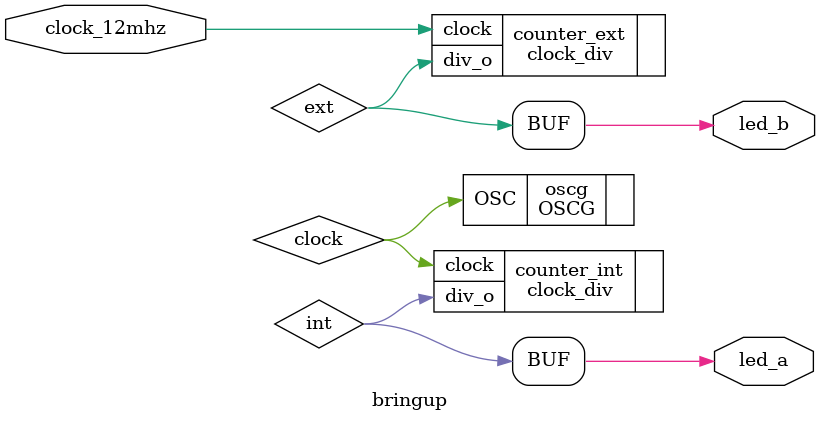
<source format=v>
`default_nettype none

module bringup(
	input  clock_12mhz,
	output led_a,
	output led_b);

wire clock;
OSCG #(.DIV(26)) oscg(.OSC(clock)); // DIV 26 == ~11.9MHz

reg int;
clock_div #(.CYCLES(6000000)) counter_int(.clock(clock), .div_o(int));

reg ext;
clock_div #(.CYCLES(6000000)) counter_ext(.clock(clock_12mhz), .div_o(ext));

assign led_a = int;
assign led_b = ext;

endmodule

</source>
